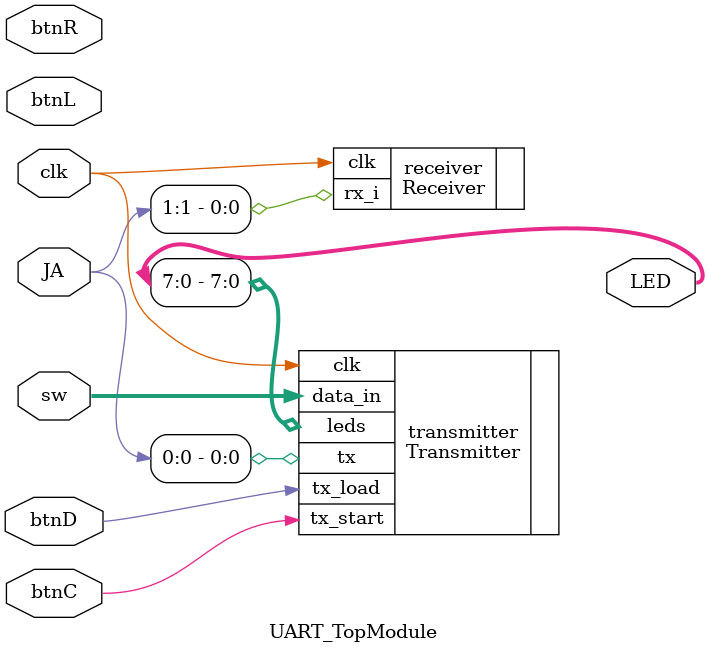
<source format=sv>
`timescale 1ns / 1ps



module UART_TopModule


(
input logic clk, 
input logic [7:0] sw, 
input logic btnC, 
input logic btnD, 
input logic btnR, 
input logic btnL, 
//input logic sw15,
inout logic [1:0] JA,
output logic [15 : 0] LED
);

  
  Transmitter transmitter(
  .clk(clk),
  .data_in(sw[7:0]),
  .leds(LED[7:0]),
  .tx_start(btnC),
  .tx_load(btnD),
  .tx(JA[0]) 
  //.transmitAll(sw15)
  );
   
    
 Receiver receiver(
    .clk(clk), 
    .rx_i(JA[1])
    );
    

  
endmodule

</source>
